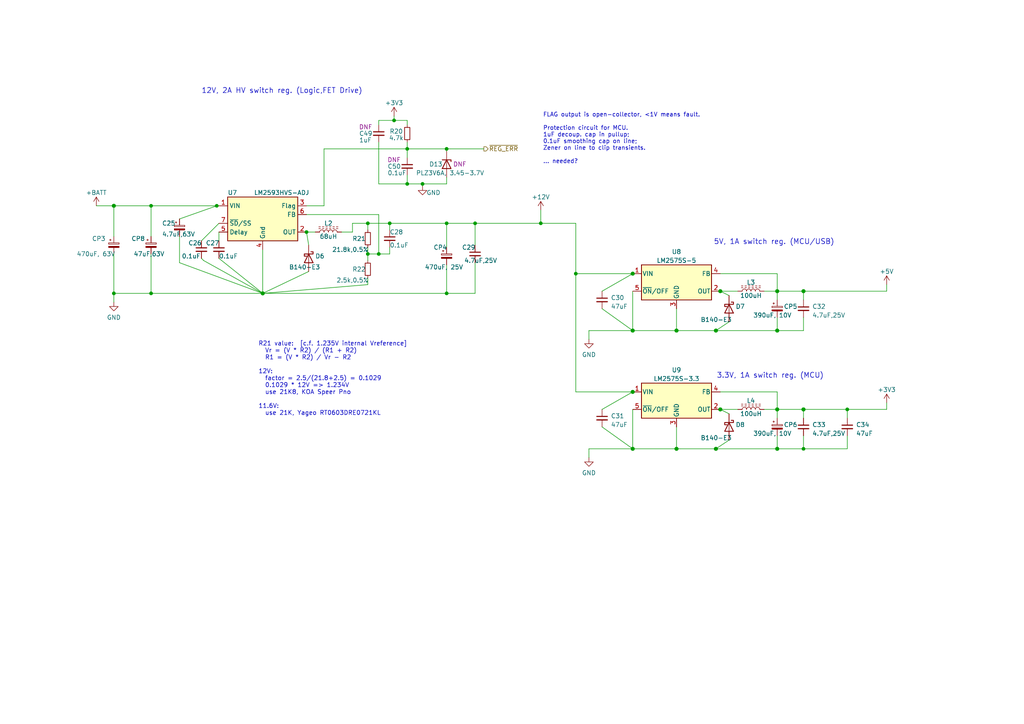
<source format=kicad_sch>
(kicad_sch (version 20211123) (generator eeschema)
  (paper "A4")
  (title_block (title "SolarPump v3") (date "2022-05-18") (rev "1.1") (company "IvimeyCom"))
  (lib_symbols
    (symbol "Device:C_Polarized_Small" (pin_numbers hide) (pin_names (offset 0.254) hide)
      (property "Reference" "C" (at 0.254 1.778 0))
      (property "Value" "C_Polarized_Small" (at 0.254 -2.032 0))
      (symbol "C_Polarized_Small_0_1"
        (rectangle (start -1.524 -0.3048) (end 1.524 -0.6858) (fill (type outline)))
        (rectangle (start -1.524 0.6858) (end 1.524 0.3048))
        (polyline (pts (xy -1.27 1.524) (xy -0.762 1.524)))
        (polyline (pts (xy -1.016 1.27) (xy -1.016 1.778)))
      )
      (symbol "C_Polarized_Small_1_1"
        (pin passive line (at 0 2.54 270) (length 1.8542) (name "~") (number "1"))
        (pin passive line (at 0 -2.54 90) (length 1.8542) (name "~") (number "2"))
      )
    )
    (symbol "Device:C_Small" (pin_numbers hide) (pin_names (offset 0.254) hide)
      (property "Reference" "C" (at 0.254 1.778 0))
      (property "Value" "C_Small" (at 0.254 -2.032 0))
      (symbol "C_Small_0_1"
        (polyline (pts (xy -1.524 -0.508) (xy 1.524 -0.508)) (stroke (width 0.3302)))
        (polyline (pts (xy -1.524 0.508) (xy 1.524 0.508)) (stroke (width 0.3048)))
      )
      (symbol "C_Small_1_1"
        (pin passive line (at 0 2.54 270) (length 2.032) (name "~") (number "1"))
        (pin passive line (at 0 -2.54 90) (length 2.032) (name "~") (number "2"))
      )
    )
    (symbol "Device:D_Schottky" (pin_numbers hide) (pin_names (offset 1.016) hide)
      (property "Reference" "D" (at 0 2.54 0))
      (property "Value" "D_Schottky" (at 0 -2.54 0))
      (symbol "D_Schottky_0_1"
        (polyline (pts (xy 1.27 0) (xy -1.27 0)))
        (polyline (pts (xy 1.27 1.27) (xy 1.27 -1.27) (xy -1.27 0) (xy 1.27 1.27)) (stroke (width 0.254)))
        (polyline (pts (xy -1.905 0.635) (xy -1.905 1.27) (xy -1.27 1.27) (xy -1.27 -1.27) (xy -0.635 -1.27) (xy -0.635 -0.635)) (stroke (width 0.254)))
      )
      (symbol "D_Schottky_1_1"
        (pin passive line (at -3.81 0 0) (length 2.54) (name "K") (number "1"))
        (pin passive line (at 3.81 0 180) (length 2.54) (name "A") (number "2"))
      )
    )
    (symbol "Device:D_Zener" (pin_numbers hide) (pin_names (offset 1.016) hide)
      (property "Reference" "D" (at 0 2.54 0))
      (property "Value" "D_Zener" (at 0 -2.54 0))
      (symbol "D_Zener_0_1"
        (polyline (pts (xy 1.27 0) (xy -1.27 0)))
        (polyline (pts (xy -1.27 -1.27) (xy -1.27 1.27) (xy -0.762 1.27)) (stroke (width 0.254)))
        (polyline (pts (xy 1.27 -1.27) (xy 1.27 1.27) (xy -1.27 0) (xy 1.27 -1.27)) (stroke (width 0.254)))
      )
      (symbol "D_Zener_1_1"
        (pin passive line (at -3.81 0 0) (length 2.54) (name "K") (number "1"))
        (pin passive line (at 3.81 0 180) (length 2.54) (name "A") (number "2"))
      )
    )
    (symbol "Device:L_Ferrite" (pin_numbers hide) (pin_names (offset 1.016) hide)
      (property "Reference" "L" (at -1.27 0 90))
      (property "Value" "L_Ferrite" (at 2.794 0 90))
      (symbol "L_Ferrite_0_1"
        (arc (start 0 -2.54) (mid 0.635 -1.905) (end 0 -1.27))
        (arc (start 0 -1.27) (mid 0.635 -0.635) (end 0 0))
        (polyline (pts (xy 1.016 -2.794) (xy 1.016 -2.286)))
        (polyline (pts (xy 1.016 -1.778) (xy 1.016 -1.27)))
        (polyline (pts (xy 1.016 -0.762) (xy 1.016 -0.254)))
        (polyline (pts (xy 1.016 0.254) (xy 1.016 0.762)))
        (polyline (pts (xy 1.016 1.27) (xy 1.016 1.778)))
        (polyline (pts (xy 1.016 2.286) (xy 1.016 2.794)))
        (polyline (pts (xy 1.524 -2.286) (xy 1.524 -2.794)))
        (polyline (pts (xy 1.524 -1.27) (xy 1.524 -1.778)))
        (polyline (pts (xy 1.524 -0.254) (xy 1.524 -0.762)))
        (polyline (pts (xy 1.524 0.762) (xy 1.524 0.254)))
        (polyline (pts (xy 1.524 1.778) (xy 1.524 1.27)))
        (polyline (pts (xy 1.524 2.794) (xy 1.524 2.286)))
        (arc (start 0 0) (mid 0.635 0.635) (end 0 1.27))
        (arc (start 0 1.27) (mid 0.635 1.905) (end 0 2.54))
      )
      (symbol "L_Ferrite_1_1"
        (pin passive line (at 0 3.81 270) (length 1.27) (name "1") (number "1"))
        (pin passive line (at 0 -3.81 90) (length 1.27) (name "2") (number "2"))
      )
    )
    (symbol "Device:R_Small" (pin_numbers hide) (pin_names (offset 0.254) hide)
      (property "Reference" "R" (at 0.762 0.508 0))
      (property "Value" "R_Small" (at 0.762 -1.016 0))
      (symbol "R_Small_0_1"
        (rectangle (start -0.762 1.778) (end 0.762 -1.778) (stroke (width 0.2032)))
      )
      (symbol "R_Small_1_1"
        (pin passive line (at 0 2.54 270) (length 0.762) (name "~") (number "1"))
        (pin passive line (at 0 -2.54 90) (length 0.762) (name "~") (number "2"))
      )
    )
    (symbol "Regulator_Switching:LM2576S-3.3" (pin_names (offset 0.254))
      (property "Reference" "U" (at -10.16 6.35 0))
      (property "Value" "LM2576S-3.3" (at 0 6.35 0))
      (symbol "LM2576S-3.3_0_1"
        (rectangle (start -10.16 5.08) (end 10.16 -5.08) (stroke (width 0.254)) (fill (type background)))
      )
      (symbol "LM2576S-3.3_1_1"
        (pin power_in line (at -12.7 2.54 0) (length 2.54) (name "VIN") (number "1"))
        (pin output line (at 12.7 -2.54 180) (length 2.54) (name "OUT") (number "2"))
        (pin power_in line (at 0 -7.62 90) (length 2.54) (name "GND") (number "3"))
        (pin input line (at 12.7 2.54 180) (length 2.54) (name "FB") (number "4"))
        (pin input line (at -12.7 -2.54 0) (length 2.54) (name "~{ON}/OFF") (number "5"))
      )
    )
    (symbol "Regulator_Switching:LM2576S-5" (pin_names (offset 0.254))
      (property "Reference" "U" (at -10.16 6.35 0))
      (property "Value" "LM2576S-5" (at 0 6.35 0))
      (symbol "LM2576S-5_0_1"
        (rectangle (start -10.16 5.08) (end 10.16 -5.08) (stroke (width 0.254)) (fill (type background)))
      )
      (symbol "LM2576S-5_1_1"
        (pin power_in line (at -12.7 2.54 0) (length 2.54) (name "VIN") (number "1"))
        (pin output line (at 12.7 -2.54 180) (length 2.54) (name "OUT") (number "2"))
        (pin power_in line (at 0 -7.62 90) (length 2.54) (name "GND") (number "3"))
        (pin input line (at 12.7 2.54 180) (length 2.54) (name "FB") (number "4"))
        (pin input line (at -12.7 -2.54 0) (length 2.54) (name "~{ON}/OFF") (number "5"))
      )
    )
    (symbol "power:+12V" (power) (pin_names (offset 0))
      (property "Value" "+12V" (at 0 3.556 0))
      (symbol "+12V_0_1"
        (polyline (pts (xy -0.762 1.27) (xy 0 2.54)))
        (polyline (pts (xy 0 0) (xy 0 2.54)))
        (polyline (pts (xy 0 2.54) (xy 0.762 1.27)))
      )
      (symbol "+12V_1_1"
        (pin power_in line (at 0 0 90) (length 0) hide (name "+12V") (number "1"))
      )
    )
    (symbol "power:+3V3" (power) (pin_names (offset 0))
      (property "Value" "+3V3" (at 0 3.556 0))
      (symbol "+3V3_0_1"
        (polyline (pts (xy -0.762 1.27) (xy 0 2.54)))
        (polyline (pts (xy 0 0) (xy 0 2.54)))
        (polyline (pts (xy 0 2.54) (xy 0.762 1.27)))
      )
      (symbol "+3V3_1_1"
        (pin power_in line (at 0 0 90) (length 0) hide (name "+3V3") (number "1"))
      )
    )
    (symbol "power:+5V" (power) (pin_names (offset 0))
      (property "Value" "+5V" (at 0 3.556 0))
      (symbol "+5V_0_1"
        (polyline (pts (xy -0.762 1.27) (xy 0 2.54)))
        (polyline (pts (xy 0 0) (xy 0 2.54)))
        (polyline (pts (xy 0 2.54) (xy 0.762 1.27)))
      )
      (symbol "+5V_1_1"
        (pin power_in line (at 0 0 90) (length 0) hide (name "+5V") (number "1"))
      )
    )
    (symbol "power:+BATT" (power) (pin_names (offset 0))
      (property "Value" "+BATT" (at 0 3.556 0))
      (symbol "+BATT_0_1"
        (polyline (pts (xy -0.762 1.27) (xy 0 2.54)))
        (polyline (pts (xy 0 0) (xy 0 2.54)))
        (polyline (pts (xy 0 2.54) (xy 0.762 1.27)))
      )
      (symbol "+BATT_1_1"
        (pin power_in line (at 0 0 90) (length 0) hide (name "+BATT") (number "1"))
      )
    )
    (symbol "power:GND" (power) (pin_names (offset 0))
      (property "Value" "GND" (at 0 -3.81 0))
      (symbol "GND_0_1"
        (polyline (pts (xy 0 0) (xy 0 -1.27) (xy 1.27 -1.27) (xy 0 -2.54) (xy -1.27 -1.27) (xy 0 -1.27)))
      )
      (symbol "GND_1_1"
        (pin power_in line (at 0 0 270) (length 0) hide (name "GND") (number "1"))
      )
    )
    (symbol "solarpump:LM2593HVS-ADJ"
      (property "Reference" "U" (at -5.08 15.24 0))
      (property "Value" "LM2593HVS-ADJ" (at 12.7 15.24 0))
      (symbol "LM2593HVS-ADJ_0_0"
        (pin power_in line (at -7.62 10.16 0) (length 2.54) (name "VIN") (number "1"))
        (pin power_out line (at 17.78 2.54 180) (length 2.54) (name "OUT") (number "2"))
        (pin output line (at 17.78 10.16 180) (length 2.54) (name "Flag") (number "3"))
        (pin power_in line (at 5.08 -2.54 90) (length 2.54) (name "Gnd") (number "4"))
        (pin passive line (at -7.62 2.54 0) (length 2.54) (name "Delay") (number "5"))
        (pin input line (at 17.78 7.62 180) (length 2.54) (name "FB") (number "6"))
        (pin passive line (at -7.62 5.08 0) (length 2.54) (name "~{SD}/SS") (number "7"))
      )
      (symbol "LM2593HVS-ADJ_0_1"
        (rectangle (start -5.08 12.7) (end 15.24 0) (stroke (width 0.254)) (fill (type background)))
      )
    )
  )
  (junction (at 245.745 118.745))
  (junction (at 106.68 73.66))
  (junction (at 109.855 73.66))
  (junction (at 233.045 84.455) (diameter 1.016))
  (junction (at 118.11 43.18))
  (junction (at 196.215 130.175) (diameter 1.016))
  (junction (at 208.915 84.455) (diameter 1.016))
  (junction (at 183.515 113.665) (diameter 1.016))
  (junction (at 88.9 67.31))
  (junction (at 183.515 95.885) (diameter 1.016))
  (junction (at 207.645 130.175) (diameter 1.016))
  (junction (at 43.815 85.09))
  (junction (at 225.425 130.175) (diameter 1.016))
  (junction (at 129.54 64.77))
  (junction (at 118.11 53.34))
  (junction (at 33.02 85.09))
  (junction (at 196.215 95.885) (diameter 1.016))
  (junction (at 129.54 85.09))
  (junction (at 233.045 118.745) (diameter 1.016))
  (junction (at 113.03 64.77))
  (junction (at 233.045 130.175))
  (junction (at 207.645 95.885) (diameter 1.016))
  (junction (at 33.02 59.69) (diameter 1.016))
  (junction (at 106.68 64.77))
  (junction (at 114.3 34.925))
  (junction (at 156.845 64.77))
  (junction (at 43.815 59.69))
  (junction (at 137.795 64.77))
  (junction (at 183.515 130.175) (diameter 1.016))
  (junction (at 225.425 95.885) (diameter 1.016))
  (junction (at 225.425 118.745) (diameter 1.016))
  (junction (at 62.865 59.69))
  (junction (at 183.515 79.375) (diameter 1.016))
  (junction (at 225.425 84.455) (diameter 1.016))
  (junction (at 167.005 79.375))
  (junction (at 122.555 53.34))
  (junction (at 208.915 118.745) (diameter 1.016))
  (junction (at 129.54 43.18))
  (junction (at 76.2 85.09) (diameter 1.016))
  (wire (pts (xy 225.425 84.455) (xy 225.425 86.995)))
  (wire (pts (xy 137.795 64.77) (xy 137.795 71.12)))
  (wire (pts (xy 33.02 85.09) (xy 33.02 87.63)))
  (wire (pts (xy 106.68 75.565) (xy 106.68 73.66)))
  (wire (pts (xy 245.745 118.745) (xy 245.745 121.285)))
  (wire (pts (xy 102.235 64.77) (xy 106.68 64.77)))
  (wire (pts (xy 88.9 62.23) (xy 109.855 62.23)))
  (wire (pts (xy 62.865 59.69) (xy 52.07 63.5)))
  (wire (pts (xy 174.625 118.745) (xy 183.515 113.665)))
  (wire (pts (xy 233.045 118.745) (xy 245.745 118.745)))
  (wire (pts (xy 225.425 118.745) (xy 233.045 118.745)))
  (wire (pts (xy 245.745 118.745) (xy 257.175 118.745)))
  (wire (pts (xy 109.855 73.66) (xy 113.03 73.66)))
  (wire (pts (xy 76.2 85.09) (xy 89.535 78.74)))
  (wire (pts (xy 129.54 76.835) (xy 129.54 85.09)))
  (wire (pts (xy 137.795 64.77) (xy 156.845 64.77)))
  (wire (pts (xy 43.815 85.09) (xy 76.2 85.09)))
  (wire (pts (xy 52.07 76.2) (xy 76.2 85.09)))
  (wire (pts (xy 27.94 59.69) (xy 33.02 59.69)))
  (wire (pts (xy 257.175 116.84) (xy 257.175 118.745)))
  (wire (pts (xy 257.175 82.55) (xy 257.175 84.455)))
  (wire (pts (xy 170.815 95.885) (xy 170.815 98.425)))
  (wire (pts (xy 233.045 118.745) (xy 233.045 121.285)))
  (wire (pts (xy 208.915 84.455) (xy 213.995 84.455)))
  (wire (pts (xy 76.2 85.09) (xy 129.54 85.09)))
  (wire (pts (xy 91.44 67.31) (xy 88.9 67.31)))
  (wire (pts (xy 43.815 73.66) (xy 43.815 85.09)))
  (wire (pts (xy 156.845 60.96) (xy 156.845 64.77)))
  (wire (pts (xy 122.555 53.975) (xy 122.555 53.34)))
  (wire (pts (xy 109.855 62.23) (xy 109.855 73.66)))
  (wire (pts (xy 129.54 64.77) (xy 137.795 64.77)))
  (wire (pts (xy 225.425 130.175) (xy 207.645 130.175)))
  (wire (pts (xy 225.425 84.455) (xy 233.045 84.455)))
  (wire (pts (xy 233.045 84.455) (xy 257.175 84.455)))
  (wire (pts (xy 129.54 64.77) (xy 129.54 71.755)))
  (wire (pts (xy 109.855 36.195) (xy 109.855 34.925)))
  (wire (pts (xy 196.215 123.825) (xy 196.215 130.175)))
  (wire (pts (xy 233.045 95.885) (xy 225.425 95.885)))
  (wire (pts (xy 208.915 118.745) (xy 213.995 118.745)))
  (wire (pts (xy 183.515 118.745) (xy 183.515 130.175)))
  (wire (pts (xy 106.68 64.77) (xy 106.68 66.675)))
  (wire (pts (xy 167.005 79.375) (xy 183.515 79.375)))
  (wire (pts (xy 33.02 73.66) (xy 33.02 85.09)))
  (wire (pts (xy 129.54 43.815) (xy 129.54 43.18)))
  (wire (pts (xy 99.06 67.31) (xy 102.235 67.31)))
  (wire (pts (xy 225.425 92.075) (xy 225.425 95.885)))
  (wire (pts (xy 167.005 64.77) (xy 167.005 79.375)))
  (wire (pts (xy 63.5 67.31) (xy 63.5 69.85)))
  (wire (pts (xy 118.11 34.925) (xy 118.11 36.195)))
  (wire (pts (xy 33.02 59.69) (xy 33.02 68.58)))
  (wire (pts (xy 167.005 113.665) (xy 183.515 113.665)))
  (wire (pts (xy 76.2 85.09) (xy 106.68 82.55)))
  (wire (pts (xy 225.425 126.365) (xy 225.425 130.175)))
  (wire (pts (xy 225.425 95.885) (xy 207.645 95.885)))
  (wire (pts (xy 207.645 95.885) (xy 211.455 93.345)))
  (wire (pts (xy 113.03 64.77) (xy 113.03 66.675)))
  (wire (pts (xy 118.11 50.8) (xy 118.11 53.34)))
  (wire (pts (xy 113.03 73.66) (xy 113.03 71.755)))
  (wire (pts (xy 114.3 33.655) (xy 114.3 34.925)))
  (wire (pts (xy 196.215 89.535) (xy 196.215 95.885)))
  (wire (pts (xy 174.625 84.455) (xy 183.515 79.375)))
  (wire (pts (xy 245.745 126.365) (xy 245.745 130.175)))
  (wire (pts (xy 106.68 73.66) (xy 106.68 71.755)))
  (wire (pts (xy 118.11 43.18) (xy 129.54 43.18)))
  (wire (pts (xy 221.615 84.455) (xy 225.425 84.455)))
  (wire (pts (xy 170.815 130.175) (xy 170.815 132.715)))
  (wire (pts (xy 208.915 113.665) (xy 225.425 113.665)))
  (wire (pts (xy 129.54 85.09) (xy 137.795 85.09)))
  (wire (pts (xy 183.515 84.455) (xy 183.515 95.885)))
  (wire (pts (xy 33.02 59.69) (xy 43.815 59.69)))
  (wire (pts (xy 233.045 130.175) (xy 245.745 130.175)))
  (wire (pts (xy 93.98 43.18) (xy 118.11 43.18)))
  (wire (pts (xy 88.9 67.31) (xy 89.535 71.12)))
  (wire (pts (xy 59.055 75.565) (xy 76.2 85.09)))
  (wire (pts (xy 52.07 76.2) (xy 52.07 68.58)))
  (wire (pts (xy 114.3 34.925) (xy 118.11 34.925)))
  (wire (pts (xy 106.68 64.77) (xy 113.03 64.77)))
  (wire (pts (xy 33.02 85.09) (xy 43.815 85.09)))
  (wire (pts (xy 233.045 130.175) (xy 225.425 130.175)))
  (wire (pts (xy 225.425 113.665) (xy 225.425 118.745)))
  (wire (pts (xy 208.915 118.745) (xy 211.455 120.015)))
  (wire (pts (xy 207.645 130.175) (xy 211.455 127.635)))
  (wire (pts (xy 225.425 118.745) (xy 225.425 121.285)))
  (wire (pts (xy 102.235 67.31) (xy 102.235 64.77)))
  (wire (pts (xy 167.005 113.665) (xy 167.005 79.375)))
  (wire (pts (xy 106.68 80.645) (xy 106.68 82.55)))
  (wire (pts (xy 62.865 59.69) (xy 63.5 59.69)))
  (wire (pts (xy 137.795 76.2) (xy 137.795 85.09)))
  (wire (pts (xy 118.11 41.275) (xy 118.11 43.18)))
  (wire (pts (xy 109.855 73.66) (xy 106.68 73.66)))
  (wire (pts (xy 208.915 84.455) (xy 211.455 85.725)))
  (wire (pts (xy 233.045 84.455) (xy 233.045 86.995)))
  (wire (pts (xy 58.42 69.85) (xy 63.5 64.77)))
  (wire (pts (xy 225.425 79.375) (xy 225.425 84.455)))
  (wire (pts (xy 93.98 59.69) (xy 88.9 59.69)))
  (wire (pts (xy 113.03 64.77) (xy 129.54 64.77)))
  (wire (pts (xy 196.215 130.175) (xy 207.645 130.175)))
  (wire (pts (xy 122.555 53.34) (xy 129.54 53.34)))
  (wire (pts (xy 233.045 126.365) (xy 233.045 130.175)))
  (wire (pts (xy 208.915 79.375) (xy 225.425 79.375)))
  (wire (pts (xy 63.5 74.93) (xy 76.2 85.09)))
  (wire (pts (xy 183.515 95.885) (xy 170.815 95.885)))
  (wire (pts (xy 118.11 43.18) (xy 118.11 45.72)))
  (wire (pts (xy 43.815 59.69) (xy 62.865 59.69)))
  (wire (pts (xy 129.54 53.34) (xy 129.54 51.435)))
  (wire (pts (xy 221.615 118.745) (xy 225.425 118.745)))
  (wire (pts (xy 109.855 41.275) (xy 109.855 53.34)))
  (wire (pts (xy 93.98 43.18) (xy 93.98 59.69)))
  (wire (pts (xy 109.855 34.925) (xy 114.3 34.925)))
  (wire (pts (xy 43.815 59.69) (xy 43.815 68.58)))
  (wire (pts (xy 174.625 123.825) (xy 183.515 130.175)))
  (wire (pts (xy 207.645 95.885) (xy 196.215 95.885)))
  (wire (pts (xy 196.215 95.885) (xy 183.515 95.885)))
  (wire (pts (xy 174.625 89.535) (xy 183.515 95.885)))
  (wire (pts (xy 233.045 92.075) (xy 233.045 95.885)))
  (wire (pts (xy 109.855 53.34) (xy 118.11 53.34)))
  (wire (pts (xy 76.2 72.39) (xy 76.2 85.09)))
  (wire (pts (xy 140.335 43.18) (xy 129.54 43.18)))
  (wire (pts (xy 196.215 130.175) (xy 183.515 130.175)))
  (wire (pts (xy 183.515 130.175) (xy 170.815 130.175)))
  (wire (pts (xy 118.11 53.34) (xy 122.555 53.34)))
  (wire (pts (xy 58.42 74.93) (xy 59.055 75.565)))
  (wire (pts (xy 167.005 64.77) (xy 156.845 64.77)))
  (text "3.3V, 1A switch reg. (MCU)\n" (at 207.8608 109.8934 0) (effects (font (size 1.4986 1.4986)) (justify left bottom)))
  (text "R21 value:  [c.f. 1.235V internal Vreference]\n  Vr = (V * R2) / (R1 + R2)\n  R1 = (V * R2) / Vr - R2\n\n12V:\n  factor = 2.5/(21.8+2.5) = 0.1029\n  0.1029 * 12V => 1.234V\n  use 21K8, KOA Speer Pno \n\n11.6V:\n  use 21K, Yageo RT0603DRE0721KL" (at 74.93 120.65 0) (effects (font (size 1.25 1.25)) (justify left bottom)))
  (text "FLAG output is open-collector, <1V means fault.\n\nProtection circuit for MCU.\n1uF decoup. cap in pullup;\n0.1uF smoothing cap on line;\nZener on line to clip transients.\n\n... needed?" (at 157.48 47.625 0) (effects (font (size 1.2 1.2)) (justify left bottom)))
  (text "12V, 2A HV switch reg. (Logic,FET Drive)" (at 58.42 27.305 0) (effects (font (size 1.4986 1.4986)) (justify left bottom)))
  (text "5V, 1A switch reg. (MCU/USB)" (at 207.01 71.12 0) (effects (font (size 1.4986 1.4986)) (justify left bottom)))
  (hierarchical_label "~{REG_ERR}" (shape output) (at 140.335 43.18 0))
  (symbol (lib_id "Device:C_Small") (at 233.045 89.535 0) (unit 1)
    (property "Reference" "C32" (at 235.585 88.9 0) (effects (justify left)))
    (property "Value" "4.7uF,25V" (at 235.585 91.44 0) (effects (justify left)))
    (property "Footprint" "Capacitor_SMD:C_0805_2012Metric_Pad1.18x1.45mm_HandSolder" (effects hide))
    (property "Datasheet" "https://www.mouser.co.uk/datasheet/2/585/MLCC-1837944.pdf" (effects hide))
    (property "Manuf" "Samsung Electro-Mechanics" (effects hide))
    (property "Part" "CL21A475KAQNNNG" (effects hide))
    (property "Vendor" "Mouser" (effects hide))
    (property "Vendor SKU" "187-CL21A475KAQNNNG" (effects hide))
    (property "Vendor Cost" "0.092" (effects hide))
  )
  (symbol (lib_id "Device:C_Small") (at 174.625 86.995 0) (unit 1)
    (property "Reference" "C30" (at 177.165 86.36 0) (effects (justify left)))
    (property "Value" "47uF" (at 177.165 88.9 0) (effects (justify left)))
    (property "Footprint" "Capacitor_THT:CP_Radial_D6.3mm_P2.50mm" (effects hide))
    (property "Datasheet" "https://www.mouser.co.uk/datasheet/2/88/KXM_series-553006.pdf" (effects hide))
    (property "Manuf" "CDE / Illinois Capacitor" (effects hide))
    (property "Part" "476KXM050M" (effects hide))
    (property "Vendor SKU" "598-476KXM050M" (effects hide))
    (property "Vendor Cost" "0.269" (effects hide))
    (property "Vendor" "Mouser" (effects hide))
  )
  (symbol (lib_id "Device:R_Small") (at 118.11 38.735 0) (mirror y) (unit 1)
    (property "Reference" "R20" (at 114.935 38.1 0))
    (property "Value" "4.7k" (at 114.935 40.005 0))
    (property "Footprint" "Resistor_SMD:R_0805_2012Metric_Pad1.20x1.40mm_HandSolder" (effects hide))
    (property "Manuf" "Yageo" (effects hide))
    (property "Part" "RC0805FR-134K7L" (effects hide))
    (property "Vendor" "Mouser" (effects hide))
    (property "Vendor SKU" "603-RC0805FR-134K7L" (effects hide))
    (property "Vendor Cost" "0.077" (effects hide))
  )
  (symbol (lib_id "Device:C_Small") (at 174.625 121.285 0) (unit 1)
    (property "Reference" "C31" (at 177.165 120.65 0) (effects (justify left)))
    (property "Value" "47uF" (at 177.165 123.19 0) (effects (justify left)))
    (property "Footprint" "Capacitor_THT:CP_Radial_D6.3mm_P2.50mm" (effects hide))
    (property "Datasheet" "https://www.mouser.co.uk/datasheet/2/88/KXM_series-553006.pdf" (effects hide))
    (property "Manuf" "CDE / Illinois Capacitor" (effects hide))
    (property "Part" "476KXM050M" (effects hide))
    (property "Vendor SKU" "598-476KXM050M" (effects hide))
    (property "Vendor Cost" "0.269" (effects hide))
    (property "Vendor" "Mouser" (effects hide))
  )
  (symbol (lib_id "Device:L_Ferrite") (at 217.805 118.745 90) (unit 1)
    (property "Reference" "L4" (at 217.805 116.205 90))
    (property "Value" "100uH" (at 217.805 120.015 90))
    (property "Footprint" "Inductor_SMD:L_10.4x10.4_H4.8" (effects hide))
    (property "Datasheet" "https://www.mouser.co.uk/datasheet/2/597/mss1038-2325303.pdf" (effects hide))
    (property "Manuf" "Coilcraft" (effects hide))
    (property "Part" "MSS1038-104MLC" (effects hide))
    (property "Vendor" "Mouser" (effects hide))
    (property "Vendor SKU" "994-MSS1038-104MLC" (effects hide))
    (property "Vendor Cost" "1.32" (effects hide))
  )
  (symbol (lib_id "Device:C_Polarized_Small") (at 129.54 74.295 0) (unit 1)
    (property "Reference" "CP4" (at 125.73 71.755 0) (effects (justify left)))
    (property "Value" "470uF, 25V" (at 123.19 77.47 0) (effects (justify left)))
    (property "Footprint" "Capacitor_THT:CP_Radial_D10.0mm_P5.00mm" (effects hide))
    (property "Datasheet" "https://www.mouser.co.uk/datasheet/2/212/KEM_A4009_ESW-1102613.pdf" (effects hide))
    (property "Manuf" "Kemet" (effects hide))
    (property "Part" "ESW477M025AH2AA" (effects hide))
    (property "Vendor" "Mouser" (effects hide))
    (property "Vendor SKU" "80-ESW477M025AH2AA" (effects hide))
    (property "Vendor Cost" "0.385" (effects hide))
  )
  (symbol (lib_id "Device:C_Small") (at 58.42 72.39 0) (unit 1)
    (property "Reference" "C26" (at 54.61 70.485 0) (effects (justify left)))
    (property "Value" "0.1uF" (at 52.705 74.295 0) (effects (justify left)))
    (property "Footprint" "Capacitor_SMD:C_0805_2012Metric_Pad1.18x1.45mm_HandSolder" (effects hide))
    (property "Datasheet" "https://www.mouser.co.uk/datasheet/2/212/KEM_C1002_X7R_SMD-1102033.pdf" (effects hide))
    (property "Manuf" "Samsung Electro-Mechanics" (effects hide))
    (property "Part" "CL21B104KACNNND" (effects hide))
    (property "Vendor" "Mouser" (effects hide))
    (property "Vendor SKU" "187-CL21B104KACNNND" (effects hide))
    (property "Vendor Cost" "0.027" (effects hide))
  )
  (symbol (lib_id "Device:R_Small") (at 106.68 69.215 0) (mirror x) (unit 1)
    (property "Reference" "R21" (at 104.14 69.215 0))
    (property "Value" "21.8k,0.5%" (at 101.6 72.39 0))
    (property "Footprint" "Resistor_SMD:R_0805_2012Metric_Pad1.20x1.40mm_HandSolder" (effects hide))
    (property "Datasheet" "https://www.mouser.co.uk/datasheet/2/219/KOA_Speer_RN73__1_-1894048.pdf" (effects hide))
    (property "Manuf" "KOA Speer" (effects hide))
    (property "Part" "RN732ATTD2182D25" (effects hide))
    (property "Vendor" "Mouser" (effects hide))
    (property "Vendor SKU" "660-RN732ATTD2182D25" (effects hide))
    (property "Vendor Cost" "0.33" (effects hide))
  )
  (symbol (lib_id "solarpump:LM2593HVS-ADJ") (at 71.12 69.85 0) (unit 1)
    (property "Reference" "U7" (at 66.04 55.88 0) (effects (justify left)))
    (property "Value" "LM2593HVS-ADJ" (at 73.66 55.88 0) (effects (justify left)))
    (property "Footprint" "Package_TO_SOT_SMD:TO-263-7_TabPin4" (effects hide))
    (property "Datasheet" "https://www.ti.com/lit/ds/symlink/lm2593hv.pdf" (effects hide))
    (property "Part" "LM2593HVSX-ADJ/NOPB" (effects hide))
    (property "Vendor" "Mouser" (effects hide))
    (property "Vendor SKU" "926-LM2593HVSXADJNPB" (effects hide))
    (property "Vendor Cost" "5.44" (effects hide))
    (property "Manuf" "TI" (effects hide))
  )
  (symbol (lib_id "power:GND") (at 170.815 98.425 0) (unit 1)
    (property "Reference" "#PWR059" (effects hide))
    (property "Value" "GND" (at 170.815 102.87 0))
  )
  (symbol (lib_id "Device:C_Polarized_Small") (at 225.425 123.825 0) (unit 1)
    (property "Reference" "CP6" (at 227.33 123.19 0) (effects (justify left)))
    (property "Value" "390uF, 10V" (at 218.44 125.73 0) (effects (justify left)))
    (property "Footprint" "Capacitor_THT:CP_Radial_D8.0mm_P3.50mm" (effects hide))
    (property "Datasheet" "https://www.mouser.co.uk/datasheet/2/293/e_upj-1219458.pdf" (effects hide))
    (property "Manuf" "Panasonic" (effects hide))
    (property "Part" "EEU-FC1C391" (effects hide))
    (property "Vendor" "Mouser" (effects hide))
    (property "Vendor SKU" "667-EEU-FC1C391" (effects hide))
    (property "Vendor Cost" "0.507" (effects hide))
  )
  (symbol (lib_id "Device:D_Schottky") (at 89.535 74.93 270) (unit 1)
    (property "Reference" "D6" (at 91.44 74.295 90) (effects (justify left)))
    (property "Value" "B140-E3" (at 83.82 77.47 90) (effects (justify left)))
    (property "Footprint" "Diode_SMD:D_SMA" (effects hide))
    (property "Datasheet" "https://www.mouser.co.uk/datasheet/2/427/VISH_S_A0011791775_1-2572195.pdf" (effects hide))
    (property "Manuf" "Vishay" (effects hide))
    (property "Part" "B140-E3/5AT" (effects hide))
    (property "Vendor" "Mouser" (effects hide))
    (property "Vendor SKU" "625-B140-E3" (effects hide))
    (property "Vendor Cost" "0.277" (effects hide))
    (property "DNF" "DNF" (effects hide))
  )
  (symbol (lib_id "power:+12V") (at 156.845 60.96 0) (unit 1)
    (property "Reference" "#PWR058" (effects hide))
    (property "Value" "+12V" (at 156.845 57.15 0))
  )
  (symbol (lib_id "Device:R_Small") (at 106.68 78.105 0) (mirror x) (unit 1)
    (property "Reference" "R22" (at 104.14 78.105 0))
    (property "Value" "2.5k,0.5%" (at 102.235 81.28 0))
    (property "Footprint" "Resistor_SMD:R_0805_2012Metric_Pad1.20x1.40mm_HandSolder" (effects hide))
    (property "Datasheet" "https://www.mouser.co.uk/datasheet/2/219/KOA_Speer_RN73__1_-1894048.pdf" (effects hide))
    (property "Manuf" "Susumu" (effects hide))
    (property "Part" "RR1220P-2491D-M " (effects hide))
    (property "Vendor" "Mouser" (effects hide))
    (property "Vendor SKU" "754-RR1220P-2491D-M " (effects hide))
    (property "Vendor Cost" "0.07" (effects hide))
  )
  (symbol (lib_id "Regulator_Switching:LM2576S-3.3") (at 196.215 116.205 0) (unit 1)
    (property "Reference" "U9" (at 196.215 107.315 0))
    (property "Value" "LM2575S-3.3" (at 196.215 109.855 0))
    (property "Footprint" "solarpump:TO-263-5_TabPin3" (effects hide))
    (property "Datasheet" "https://www.ti.com/lit/ds/symlink/lm2575-n.pdf" (effects hide))
    (property "Part" "LM2575S-3.3/NOPB" (effects hide))
    (property "Vendor" "Mouser" (effects hide))
    (property "Vendor SKU" "926-LM2575S-3.3/NOPB" (effects hide))
    (property "Vendor Cost" "3.77" (effects hide))
    (property "Manuf" "TI" (effects hide))
  )
  (symbol (lib_id "power:+BATT") (at 27.94 59.69 0) (unit 1)
    (property "Reference" "#PWR055" (effects hide))
    (property "Value" "+BATT" (at 27.94 55.88 0))
  )
  (symbol (lib_id "Device:C_Small") (at 137.795 73.66 0) (unit 1)
    (property "Reference" "C29" (at 133.985 71.755 0) (effects (justify left)))
    (property "Value" "4.7uF,25V" (at 134.62 75.565 0) (effects (justify left)))
    (property "Footprint" "Capacitor_SMD:C_0805_2012Metric_Pad1.18x1.45mm_HandSolder" (effects hide))
    (property "Datasheet" "https://www.mouser.co.uk/datasheet/2/585/MLCC-1837944.pdf" (effects hide))
    (property "Manuf" "Samsung Electro-Mechanics" (effects hide))
    (property "Part" "CL21A475KAQNNNG" (effects hide))
    (property "Vendor" "Mouser" (effects hide))
    (property "Vendor SKU" "187-CL21A475KAQNNNG" (effects hide))
    (property "Vendor Cost" "0.092" (effects hide))
  )
  (symbol (lib_id "Device:L_Ferrite") (at 95.25 67.31 90) (unit 1)
    (property "Reference" "L2" (at 95.25 64.77 90))
    (property "Value" "68uH" (at 95.25 68.58 90))
    (property "Footprint" "Inductor_SMD:L_12x12mm_H8mm" (effects hide))
    (property "Datasheet" "https://www.mouser.co.uk/datasheet/2/597/mss1278h-1947954.pdf" (effects hide))
    (property "Manuf" "Coilcraft" (effects hide))
    (property "Part" "MSS1278H-683KED" (effects hide))
    (property "Vendor" "Mouser" (effects hide))
    (property "Vendor SKU" "994-MSS1278H-683KED" (effects hide))
    (property "Vendor Cost" "2.13" (effects hide))
  )
  (symbol (lib_id "power:GND") (at 170.815 132.715 0) (unit 1)
    (property "Reference" "#PWR060" (effects hide))
    (property "Value" "GND" (at 170.815 137.16 0))
  )
  (symbol (lib_id "Device:D_Schottky") (at 211.455 89.535 270) (unit 1)
    (property "Reference" "D7" (at 213.36 88.9 90) (effects (justify left)))
    (property "Value" "B140-E3" (at 203.2 92.71 90) (effects (justify left)))
    (property "Footprint" "Diode_SMD:D_SMA" (effects hide))
    (property "Datasheet" "https://www.mouser.co.uk/datasheet/2/427/VISH_S_A0011791775_1-2572195.pdf" (effects hide))
    (property "Manuf" "Vishay" (effects hide))
    (property "Part" "B140-E3/5AT" (effects hide))
    (property "Vendor" "Mouser" (effects hide))
    (property "Vendor SKU" "625-B140-E3" (effects hide))
    (property "Vendor Cost" "0.277" (effects hide))
    (property "DNF" "DNF" (effects hide))
  )
  (symbol (lib_id "Device:D_Schottky") (at 211.455 123.825 270) (unit 1)
    (property "Reference" "D8" (at 213.36 123.19 90) (effects (justify left)))
    (property "Value" "B140-E3" (at 203.2 127 90) (effects (justify left)))
    (property "Footprint" "Diode_SMD:D_SMA" (effects hide))
    (property "Datasheet" "https://www.mouser.co.uk/datasheet/2/427/VISH_S_A0011791775_1-2572195.pdf" (effects hide))
    (property "Manuf" "Vishay" (effects hide))
    (property "Part" "B140-E3/5AT" (effects hide))
    (property "Vendor" "Mouser" (effects hide))
    (property "Vendor SKU" "625-B140-E3" (effects hide))
    (property "Vendor Cost" "0.277" (effects hide))
    (property "DNF" "DNF" (effects hide))
  )
  (symbol (lib_id "power:+3V3") (at 257.175 116.84 0) (unit 1)
    (property "Reference" "#PWR062" (effects hide))
    (property "Value" "+3V3" (at 257.175 113.03 0))
  )
  (symbol (lib_id "Device:C_Polarized_Small") (at 225.425 89.535 0) (unit 1)
    (property "Reference" "CP5" (at 227.33 88.9 0) (effects (justify left)))
    (property "Value" "390uF, 10V" (at 218.44 91.44 0) (effects (justify left)))
    (property "Footprint" "Capacitor_THT:CP_Radial_D8.0mm_P3.50mm" (effects hide))
    (property "Datasheet" "https://www.mouser.co.uk/datasheet/2/293/e_upj-1219458.pdf" (effects hide))
    (property "Manuf" "Panasonic" (effects hide))
    (property "Part" "EEU-FC1C391" (effects hide))
    (property "Vendor" "Mouser" (effects hide))
    (property "Vendor SKU" "667-EEU-FC1C391" (effects hide))
    (property "Vendor Cost" "0.507" (effects hide))
  )
  (symbol (lib_id "Device:D_Zener") (at 129.54 47.625 270) (unit 1)
    (property "Reference" "D13" (at 124.46 47.625 90) (effects (justify left)))
    (property "Value" "PLZ3V6A, 3.45-3.7V" (at 120.65 50.165 90) (effects (justify left)))
    (property "Footprint" "Diode_SMD:D_SMF" (effects hide))
    (property "Datasheet" "https://www.mouser.co.uk/datasheet/2/427/VISH_S_A0011038632_1-2570785.pdf" (effects hide))
    (property "Vendor" "Mouser" (effects hide))
    (property "Part" "PLZ3V6A-G3/H" (effects hide))
    (property "Manuf" "Vishay" (effects hide))
    (property "DNF" "DNF" (at 133.35 47.625 90))
    (property "Manuf" "Vishay" (effects hide))
    (property "Vendor SKU" "78-PLZ3V6A-G3/H" (effects hide))
    (property "Vendor Cost" "0.23" (effects hide))
  )
  (symbol (lib_id "Device:C_Small") (at 118.11 48.26 0) (unit 1) (on_board no)
    (property "Reference" "C50" (at 112.395 48.26 0) (effects (justify left)))
    (property "Value" "0.1uF" (at 112.395 50.165 0) (effects (justify left)))
    (property "Footprint" "Capacitor_SMD:C_0805_2012Metric_Pad1.18x1.45mm_HandSolder" (effects hide))
    (property "Datasheet" "https://www.mouser.co.uk/datasheet/2/212/KEM_C1002_X7R_SMD-1102033.pdf" (effects hide))
    (property "Manuf" "Samsung Electro-Mechanics" (effects hide))
    (property "Part" "CL21B104KACNNND" (effects hide))
    (property "Vendor" "Mouser" (effects hide))
    (property "Vendor SKU" "187-CL21B104KACNNND" (effects hide))
    (property "Vendor Cost" "0.027" (effects hide))
    (property "DNF" "DNF" (at 114.3 46.355 0))
  )
  (symbol (lib_id "Device:C_Polarized_Small") (at 52.07 66.04 0) (unit 1)
    (property "Reference" "C25" (at 46.99 64.77 0) (effects (justify left)))
    (property "Value" "4.7uF,63V" (at 46.99 67.945 0) (effects (justify left)))
    (property "Footprint" "Capacitor_THT:CP_Radial_D5.0mm_P2.00mm" (effects hide))
    (property "Manuf" "Wurth Elektronik " (effects hide))
    (property "Part" "860020772008" (effects hide))
    (property "Vendor" "Mouser" (effects hide))
    (property "Vendor SKU" "710-860020772008" (effects hide))
    (property "Vendor Cost" "0.09" (effects hide))
  )
  (symbol (lib_id "power:GND") (at 33.02 87.63 0) (unit 1)
    (property "Reference" "#PWR056" (effects hide))
    (property "Value" "GND" (at 33.02 92.075 0))
  )
  (symbol (lib_id "Device:C_Small") (at 245.745 123.825 0) (unit 1)
    (property "Reference" "C34" (at 248.285 123.19 0) (effects (justify left)))
    (property "Value" "47uF" (at 248.285 125.73 0) (effects (justify left)))
    (property "Footprint" "Capacitor_SMD:C_1206_3216Metric_Pad1.33x1.80mm_HandSolder" (effects hide))
    (property "Datasheet" "https://www.mouser.co.uk/datasheet/2/585/MLCC-1837944.pdf" (effects hide))
    (property "Manuf" "Samsung Electro-Mechanics" (effects hide))
    (property "Part" "CL31A476MQHNNNE" (effects hide))
    (property "Vendor" "Mouser" (effects hide))
    (property "Vendor SKU" "187-CL31A476MQHNNNE" (effects hide))
    (property "Vendor Cost" "0.262" (effects hide))
  )
  (symbol (lib_id "Device:C_Small") (at 233.045 123.825 0) (unit 1)
    (property "Reference" "C33" (at 235.585 123.19 0) (effects (justify left)))
    (property "Value" "4.7uF,25V" (at 235.585 125.73 0) (effects (justify left)))
    (property "Footprint" "Capacitor_SMD:C_0805_2012Metric_Pad1.18x1.45mm_HandSolder" (effects hide))
    (property "Datasheet" "https://www.mouser.co.uk/datasheet/2/585/MLCC-1837944.pdf" (effects hide))
    (property "Manuf" "Samsung Electro-Mechanics" (effects hide))
    (property "Part" "CL21A475KAQNNNG" (effects hide))
    (property "Vendor" "Mouser" (effects hide))
    (property "Vendor SKU" "187-CL21A475KAQNNNG" (effects hide))
    (property "Vendor Cost" "0.092" (effects hide))
  )
  (symbol (lib_id "Device:C_Polarized_Small") (at 43.815 71.12 0) (unit 1)
    (property "Reference" "CP8" (at 38.1 69.215 0) (effects (justify left)))
    (property "Value" "47uF,63V" (at 38.735 73.66 0) (effects (justify left)))
    (property "Footprint" "Capacitor_THT:CP_Radial_D6.3mm_P2.50mm" (effects hide))
    (property "Datasheet" "https://www.mouser.co.uk/datasheet/2/212/KEM_A4004_ESK-1103206.pdf" (effects hide))
    (property "Manuf" "KEMET" (effects hide))
    (property "Part" "ESK476M063AE3AA" (effects hide))
    (property "Vendor SKU" "80-ESK476M063AE3AA" (effects hide))
    (property "Vendor Cost" "0.246" (effects hide))
    (property "Vendor" "Mouser" (effects hide))
  )
  (symbol (lib_id "Regulator_Switching:LM2576S-5") (at 196.215 81.915 0) (unit 1)
    (property "Reference" "U8" (at 196.215 73.025 0))
    (property "Value" "LM2575S-5" (at 196.215 75.565 0))
    (property "Footprint" "solarpump:TO-263-5_TabPin3" (effects hide))
    (property "Datasheet" "https://www.ti.com/lit/ds/symlink/lm2575-n.pdf" (effects hide))
    (property "Manuf" "TI" (effects hide))
    (property "Part" "LM2575S-5.0/NOPB" (effects hide))
    (property "Vendor" "Mouser" (effects hide))
    (property "Vendor SKU" "926-LM2575S-5.0/NOPB" (effects hide))
    (property "Vendor Cost" "3.77" (effects hide))
  )
  (symbol (lib_id "power:GND") (at 122.555 53.975 0) (unit 1)
    (property "Reference" "#PWR079" (effects hide))
    (property "Value" "GND" (at 125.73 55.88 0))
  )
  (symbol (lib_id "Device:L_Ferrite") (at 217.805 84.455 90) (unit 1)
    (property "Reference" "L3" (at 217.805 81.915 90))
    (property "Value" "100uH" (at 217.805 85.725 90))
    (property "Footprint" "Inductor_SMD:L_10.4x10.4_H4.8" (effects hide))
    (property "Datasheet" "https://www.mouser.co.uk/datasheet/2/597/mss1038-2325303.pdf" (effects hide))
    (property "Manuf" "Coilcraft" (effects hide))
    (property "Part" "MSS1038-104MLC" (effects hide))
    (property "Vendor" "Mouser" (effects hide))
    (property "Vendor SKU" "994-MSS1038-104MLC" (effects hide))
    (property "Vendor Cost" "1.32" (effects hide))
  )
  (symbol (lib_id "Device:C_Polarized_Small") (at 33.02 71.12 0) (unit 1)
    (property "Reference" "CP3" (at 26.67 69.215 0) (effects (justify left)))
    (property "Value" "470uF, 63V" (at 22.225 73.66 0) (effects (justify left)))
    (property "Footprint" "Capacitor_THT:CP_Radial_D12.5mm_P5.00mm" (effects hide))
    (property "Datasheet" "https://www.mouser.co.uk/datasheet/2/315/ABA0000C1218-1131230.pdf" (effects hide))
    (property "Manuf" "Panasonic" (effects hide))
    (property "Part" "ECA-1JM471" (effects hide))
    (property "Vendor" "Mouser" (effects hide))
    (property "Vendor SKU" "667-ECA-1JM471" (effects hide))
    (property "Vendor Cost" "0.807" (effects hide))
  )
  (symbol (lib_id "power:+5V") (at 257.175 82.55 0) (unit 1)
    (property "Reference" "#PWR061" (effects hide))
    (property "Value" "+5V" (at 257.175 78.74 0))
  )
  (symbol (lib_id "Device:C_Small") (at 113.03 69.215 0) (unit 1)
    (property "Reference" "C28" (at 113.03 67.31 0) (effects (justify left)))
    (property "Value" "0.1uF" (at 113.03 71.12 0) (effects (justify left)))
    (property "Footprint" "Capacitor_SMD:C_0805_2012Metric_Pad1.18x1.45mm_HandSolder" (effects hide))
    (property "Datasheet" "https://www.mouser.co.uk/datasheet/2/212/KEM_C1002_X7R_SMD-1102033.pdf" (effects hide))
    (property "Manuf" "Samsung Electro-Mechanics" (effects hide))
    (property "Part" "CL21B104KACNNND" (effects hide))
    (property "Vendor" "Mouser" (effects hide))
    (property "Vendor SKU" "187-CL21B104KACNNND" (effects hide))
    (property "Vendor Cost" "0.027" (effects hide))
  )
  (symbol (lib_id "Device:C_Small") (at 109.855 38.735 0) (unit 1)
    (property "Reference" "C49" (at 104.14 38.735 0) (effects (justify left)))
    (property "Value" "1uF" (at 104.14 40.64 0) (effects (justify left)))
    (property "Footprint" "Capacitor_SMD:C_0805_2012Metric_Pad1.18x1.45mm_HandSolder" (effects hide))
    (property "Datasheet" "https://www.mouser.co.uk/datasheet/2/396/mlcc02_e-1307760.pdf" (effects hide))
    (property "Manuf" "Taiyo Yuden" (effects hide))
    (property "Part" "EMK212BJ105KG-T" (effects hide))
    (property "Vendor" "Mouser" (effects hide))
    (property "Vendor SKU" "963-EMK212BJ105KG-T" (effects hide))
    (property "Vendor Cost" "0.016" (effects hide))
    (property "DNF" "DNF" (at 106.045 36.83 0))
  )
  (symbol (lib_id "Device:C_Small") (at 63.5 72.39 0) (unit 1)
    (property "Reference" "C27" (at 59.69 70.485 0) (effects (justify left)))
    (property "Value" "0.1uF" (at 63.5 74.295 0) (effects (justify left)))
    (property "Footprint" "Capacitor_SMD:C_0805_2012Metric_Pad1.18x1.45mm_HandSolder" (effects hide))
    (property "Datasheet" "https://www.mouser.co.uk/datasheet/2/212/KEM_C1002_X7R_SMD-1102033.pdf" (effects hide))
    (property "Manuf" "Samsung Electro-Mechanics" (effects hide))
    (property "Part" "CL21B104KACNNND" (effects hide))
    (property "Vendor" "Mouser" (effects hide))
    (property "Vendor SKU" "187-CL21B104KACNNND" (effects hide))
    (property "Vendor Cost" "0.027" (effects hide))
  )
  (symbol (lib_id "power:+3V3") (at 114.3 33.655 0) (unit 1)
    (property "Reference" "#PWR057" (effects hide))
    (property "Value" "+3V3" (at 114.3 29.845 0))
  )
)
</source>
